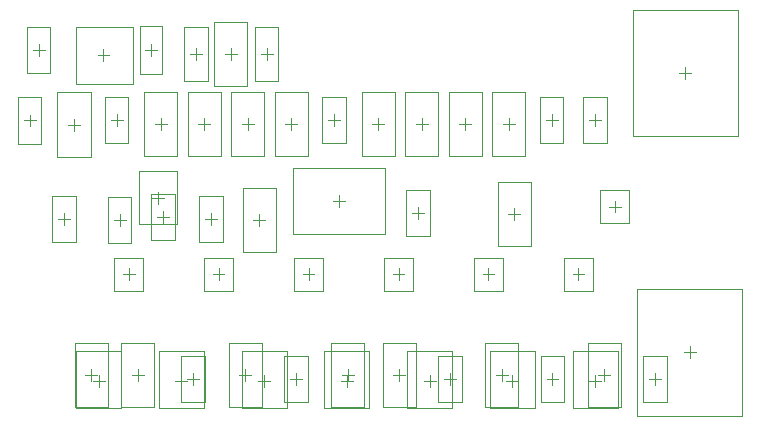
<source format=gbr>
%TF.GenerationSoftware,Altium Limited,Altium Designer,21.1.1 (26)*%
G04 Layer_Color=32768*
%FSLAX26Y26*%
%MOIN*%
%TF.SameCoordinates,5075B572-C75D-40FD-B4B0-80468548393A*%
%TF.FilePolarity,Positive*%
%TF.FileFunction,Other,Mechanical_15*%
%TF.Part,Single*%
G01*
G75*
%TA.AperFunction,NonConductor*%
%ADD51C,0.003937*%
%ADD72C,0.001968*%
D51*
X2414482Y1135000D02*
X2453852D01*
X2434166Y1115314D02*
Y1154686D01*
X2334730Y1490000D02*
X2374102D01*
X2354416Y1470314D02*
Y1509686D01*
X1586982Y1135000D02*
X1626352D01*
X1606666Y1115314D02*
Y1154686D01*
X1330834Y1115314D02*
Y1154686D01*
X1311148Y1135000D02*
X1350518D01*
X1430000Y1655316D02*
Y1694686D01*
X1410316Y1675000D02*
X1449686D01*
X1261968Y1970316D02*
Y2009686D01*
X1242282Y1990002D02*
X1281654D01*
X920316Y1675000D02*
X959686D01*
X940000Y1655314D02*
Y1694684D01*
X2440000Y1670316D02*
Y1709686D01*
X2420316Y1690000D02*
X2459686D01*
X1820316Y2003780D02*
X1859686D01*
X1840000Y1984094D02*
Y2023464D01*
X2100316Y1693818D02*
X2139686D01*
X2120000Y1674132D02*
Y1713502D01*
X1071064Y2200198D02*
Y2239568D01*
X1051378Y2219882D02*
X1090748D01*
X1340630Y2133204D02*
X1419370D01*
X1340630Y2314308D02*
X1419370D01*
X1340630Y2133204D02*
Y2314308D01*
X1419370Y2133204D02*
Y2314308D01*
X1380000Y2204072D02*
Y2243442D01*
X1360314Y2223756D02*
X1399686D01*
X1575630Y2133204D02*
X1654370D01*
X1575630Y2314308D02*
X1654370D01*
X1575630Y2133204D02*
Y2314308D01*
X1654370Y2133204D02*
Y2314308D01*
X1615000Y2204072D02*
Y2243442D01*
X1595314Y2223756D02*
X1634686D01*
X1855712Y1715316D02*
Y1754686D01*
X1836028Y1735000D02*
X1875398D01*
X2545316Y2003780D02*
X2584686D01*
X2565000Y1984096D02*
Y2023466D01*
X1115000Y1984094D02*
Y2023464D01*
X1095314Y2003780D02*
X1134686D01*
X1253748Y1725314D02*
Y1764684D01*
X1234064Y1745000D02*
X1273434D01*
X2034876Y1490000D02*
X2074248D01*
X2054562Y1470314D02*
Y1509686D01*
X1754708Y1470314D02*
Y1509686D01*
X1735022Y1490000D02*
X1774394D01*
X1435168D02*
X1474540D01*
X1454854Y1470314D02*
Y1509686D01*
X1135314Y1490000D02*
X1174686D01*
X1155000Y1470314D02*
Y1509686D01*
X2654268Y1470314D02*
Y1509686D01*
X2634582Y1490000D02*
X2673954D01*
X2775000Y1696164D02*
Y1735536D01*
X2755314Y1715850D02*
X2794686D01*
X2402284Y1990002D02*
X2441654D01*
X2421968Y1970316D02*
Y2009686D01*
X1551968Y1970318D02*
Y2009688D01*
X1532284Y1990002D02*
X1571654D01*
X1696968Y1970318D02*
Y2009688D01*
X1677284Y1990002D02*
X1716654D01*
X2131968Y1970318D02*
Y2009688D01*
X2112284Y1990002D02*
X2151654D01*
X1230000Y2218110D02*
Y2257480D01*
X1210314Y2237796D02*
X1249686D01*
X835314Y2238780D02*
X874684D01*
X855000Y2219096D02*
Y2258466D01*
X825000Y1983112D02*
Y2022482D01*
X805314Y2002798D02*
X844684D01*
X1475314Y2225000D02*
X1514686D01*
X1495000Y2205314D02*
Y2244684D01*
X2910000Y1121538D02*
Y1160908D01*
X2890314Y1141224D02*
X2929684D01*
X2205964Y1141222D02*
X2245334D01*
X2225648Y1121538D02*
Y1160908D01*
X2567824Y1121538D02*
Y1160908D01*
X2548138Y1141224D02*
X2587508D01*
X2710000Y1984094D02*
Y2023464D01*
X2690314Y2003780D02*
X2729684D01*
X1387282Y1990002D02*
X1426654D01*
X1406968Y1970316D02*
Y2009686D01*
X1570314Y1670002D02*
X1609686D01*
X1590000Y1650316D02*
Y1689686D01*
X954254Y1988032D02*
X993624D01*
X973938Y1968348D02*
Y2007718D01*
X1865754Y1155002D02*
X1905126D01*
X1885440Y1135318D02*
Y1174688D01*
X1010314Y1155002D02*
X1049686D01*
X1030000Y1135318D02*
Y1174688D01*
X2257282Y1990002D02*
X2296654D01*
X2276968Y1970316D02*
Y2009686D01*
X1523578Y1155002D02*
X1562950D01*
X1543264Y1135318D02*
Y1174688D01*
X2379018Y1155002D02*
X2418390D01*
X2398704Y1135318D02*
Y1174688D01*
X1967282Y1990002D02*
X2006654D01*
X1986968Y1970318D02*
Y2009688D01*
X1250314Y1680000D02*
X1289684D01*
X1269998Y1660316D02*
Y1699686D01*
X1105316Y1670000D02*
X1144686D01*
X1125000Y1650316D02*
Y1689686D01*
X1692696Y1141224D02*
X1732068D01*
X1712382Y1121538D02*
Y1160908D01*
X2721194Y1155002D02*
X2760566D01*
X2740880Y1135316D02*
Y1174686D01*
X1350522Y1141224D02*
X1389892D01*
X1370206Y1121540D02*
Y1160910D01*
X2056528Y1135318D02*
Y1174688D01*
X2036842Y1155002D02*
X2076214D01*
X1185000Y1135314D02*
Y1174686D01*
X1165314Y1155000D02*
X1204684D01*
X2138650Y1135000D02*
X2178020D01*
X2158336Y1115314D02*
Y1154686D01*
X1035314Y1135000D02*
X1074684D01*
X1055000Y1115314D02*
Y1154686D01*
X1862816Y1135000D02*
X1902186D01*
X1882500Y1115314D02*
Y1154686D01*
X2710000Y1115314D02*
Y1154686D01*
X2690314Y1135000D02*
X2729684D01*
D72*
X2359364Y1044448D02*
X2508970D01*
X2359364D02*
Y1233426D01*
X2508970D01*
Y1044448D02*
Y1233426D01*
X2401660Y1435866D02*
Y1544134D01*
X2307172Y1435866D02*
Y1544134D01*
X2401660D01*
X2307172Y1435866D02*
X2401660D01*
X1531864Y1044448D02*
X1681470D01*
X1531864D02*
Y1233426D01*
X1681470D01*
Y1044448D02*
Y1233426D01*
X1405636Y1044448D02*
Y1233426D01*
X1256030D02*
X1405636D01*
X1256030Y1044448D02*
Y1233426D01*
Y1044448D02*
X1405636D01*
X3005316Y1230000D02*
X3044686D01*
X3025000Y1210316D02*
Y1249686D01*
X3200196Y1019174D02*
Y1440826D01*
X2849804Y1019174D02*
X3200196D01*
X2849804D02*
Y1440826D01*
X3200196D01*
X2834804Y2371064D02*
X3185196D01*
X2834804Y1949412D02*
Y2371064D01*
Y1949412D02*
X3185196D01*
Y2371064D01*
X3010000Y2140554D02*
Y2179924D01*
X2990316Y2160238D02*
X3029686D01*
X1390630Y1598230D02*
X1469370D01*
X1390630Y1751772D02*
X1469370D01*
Y1598230D02*
Y1751772D01*
X1390630Y1598230D02*
Y1751772D01*
X1206850Y2096302D02*
X1317086D01*
X1206850Y1883702D02*
X1317086D01*
X1206850D02*
Y2096302D01*
X1317086Y1883702D02*
Y2096302D01*
X900630Y1598228D02*
Y1751772D01*
X979370Y1598228D02*
Y1751772D01*
X900630D02*
X979370D01*
X900630Y1598228D02*
X979370D01*
X2384882Y1583700D02*
X2495118D01*
X2384882Y1796300D02*
X2495118D01*
Y1583700D02*
Y1796300D01*
X2384882Y1583700D02*
Y1796300D01*
X1800630Y1927008D02*
Y2080552D01*
X1879370Y1927008D02*
Y2080552D01*
X1800630D02*
X1879370D01*
X1800630Y1927008D02*
X1879370D01*
X2080630Y1617046D02*
Y1770590D01*
X2159370Y1617046D02*
Y1770590D01*
X2080630D02*
X2159370D01*
X2080630Y1617046D02*
X2159370D01*
X980512Y2314370D02*
X1169488D01*
X980512Y2125394D02*
X1169488D01*
X980512D02*
Y2314370D01*
X1169488Y2125394D02*
Y2314370D01*
X1702168Y1624764D02*
X2009256D01*
X1702168Y1845236D02*
X2009256D01*
Y1624764D02*
Y1845236D01*
X1702168Y1624764D02*
Y1845236D01*
X2525630Y1927008D02*
Y2080552D01*
X2604370Y1927008D02*
Y2080552D01*
X2525630D02*
X2604370D01*
X2525630Y1927008D02*
X2604370D01*
X1075630D02*
X1154370D01*
X1075630Y2080552D02*
X1154370D01*
Y1927008D02*
Y2080552D01*
X1075630Y1927008D02*
Y2080552D01*
X1190756Y1833582D02*
X1316740D01*
X1190756Y1656418D02*
X1316740D01*
Y1833582D01*
X1190756Y1656418D02*
Y1833582D01*
X2101806Y1435866D02*
Y1544134D01*
X2007318Y1435866D02*
Y1544134D01*
X2101806D01*
X2007318Y1435866D02*
X2101806D01*
X1707464D02*
X1801952D01*
X1707464Y1544134D02*
X1801952D01*
X1707464Y1435866D02*
Y1544134D01*
X1801952Y1435866D02*
Y1544134D01*
X1502098Y1435866D02*
Y1544134D01*
X1407610Y1435866D02*
Y1544134D01*
X1502098D01*
X1407610Y1435866D02*
X1502098D01*
X1202244D02*
Y1544134D01*
X1107756Y1435866D02*
Y1544134D01*
X1202244D01*
X1107756Y1435866D02*
X1202244D01*
X2607024D02*
X2701512D01*
X2607024Y1544134D02*
X2701512D01*
X2607024Y1435866D02*
Y1544134D01*
X2701512Y1435866D02*
Y1544134D01*
X2727756Y1661716D02*
X2822244D01*
X2727756Y1769984D02*
X2822244D01*
X2727756Y1661716D02*
Y1769984D01*
X2822244Y1661716D02*
Y1769984D01*
X2366850Y1883702D02*
Y2096300D01*
X2477086Y1883702D02*
Y2096300D01*
X2366850D02*
X2477086D01*
X2366850Y1883702D02*
X2477086D01*
X1496850Y1883704D02*
X1607086D01*
X1496850Y2096302D02*
X1607086D01*
Y1883704D02*
Y2096302D01*
X1496850Y1883704D02*
Y2096302D01*
X1641850Y1883702D02*
X1752086D01*
X1641850Y2096302D02*
X1752086D01*
Y1883702D02*
Y2096302D01*
X1641850Y1883702D02*
Y2096302D01*
X2076850Y1883704D02*
X2187086D01*
X2076850Y2096302D02*
X2187086D01*
Y1883704D02*
Y2096302D01*
X2076850Y1883704D02*
Y2096302D01*
X1192598Y2159056D02*
X1267402D01*
X1192598Y2316536D02*
X1267402D01*
Y2159056D02*
Y2316536D01*
X1192598Y2159056D02*
Y2316536D01*
X894370Y2162008D02*
Y2315552D01*
X815630Y2162008D02*
Y2315552D01*
Y2162008D02*
X894370D01*
X815630Y2315552D02*
X894370D01*
X787598Y2081538D02*
X862402D01*
X787598Y1924058D02*
X862402D01*
X787598D02*
Y2081538D01*
X862402Y1924058D02*
Y2081538D01*
X1550118Y2118700D02*
Y2331300D01*
X1439882Y2118700D02*
Y2331300D01*
Y2118700D02*
X1550118D01*
X1439882Y2331300D02*
X1550118D01*
X2870630Y1217996D02*
X2949370D01*
X2870630Y1064452D02*
X2949370D01*
X2870630D02*
Y1217996D01*
X2949370Y1064452D02*
Y1217996D01*
X2186278Y1064452D02*
Y1217994D01*
X2265018Y1064452D02*
Y1217994D01*
X2186278D02*
X2265018D01*
X2186278Y1064452D02*
X2265018D01*
X2528454Y1217996D02*
X2607194D01*
X2528454Y1064452D02*
X2607194D01*
X2528454D02*
Y1217996D01*
X2607194Y1064452D02*
Y1217996D01*
X2670630Y2080552D02*
X2749370D01*
X2670630Y1927008D02*
X2749370D01*
X2670630D02*
Y2080552D01*
X2749370Y1927008D02*
Y2080552D01*
X1462086Y1883702D02*
Y2096302D01*
X1351850Y1883702D02*
Y2096302D01*
Y1883702D02*
X1462086D01*
X1351850Y2096302D02*
X1462086D01*
X1645118Y1563702D02*
Y1776302D01*
X1534882Y1563702D02*
Y1776302D01*
Y1563702D02*
X1645118D01*
X1534882Y1776302D02*
X1645118D01*
X916852Y1879764D02*
Y2096300D01*
X1031024Y1879764D02*
Y2096300D01*
X916852D02*
X1031024D01*
X916852Y1879764D02*
X1031024D01*
X1830322Y1048702D02*
Y1261302D01*
X1940558Y1048702D02*
Y1261302D01*
X1830322D02*
X1940558D01*
X1830322Y1048702D02*
X1940558D01*
X974882D02*
Y1261302D01*
X1085118Y1048702D02*
Y1261302D01*
X974882D02*
X1085118D01*
X974882Y1048702D02*
X1085118D01*
X2332086Y1883702D02*
Y2096302D01*
X2221850Y1883702D02*
Y2096302D01*
Y1883702D02*
X2332086D01*
X2221850Y2096302D02*
X2332086D01*
X1488146Y1048702D02*
Y1261302D01*
X1598382Y1048702D02*
Y1261302D01*
X1488146D02*
X1598382D01*
X1488146Y1048702D02*
X1598382D01*
X2343586D02*
Y1261302D01*
X2453822Y1048702D02*
Y1261302D01*
X2343586D02*
X2453822D01*
X2343586Y1048702D02*
X2453822D01*
X1931850Y1883702D02*
Y2096302D01*
X2042086Y1883702D02*
Y2096302D01*
X1931850D02*
X2042086D01*
X1931850Y1883702D02*
X2042086D01*
X1230628Y1603230D02*
Y1756772D01*
X1309368Y1603230D02*
Y1756772D01*
X1230628D02*
X1309368D01*
X1230628Y1603230D02*
X1309368D01*
X1085630Y1593228D02*
Y1746772D01*
X1164370Y1593228D02*
Y1746772D01*
X1085630D02*
X1164370D01*
X1085630Y1593228D02*
X1164370D01*
X1673012Y1064452D02*
Y1217996D01*
X1751752Y1064452D02*
Y1217996D01*
X1673012D02*
X1751752D01*
X1673012Y1064452D02*
X1751752D01*
X2795998Y1048702D02*
Y1261302D01*
X2685762Y1048702D02*
Y1261302D01*
Y1048702D02*
X2795998D01*
X2685762Y1261302D02*
X2795998D01*
X1330836Y1064452D02*
Y1217996D01*
X1409576Y1064452D02*
Y1217996D01*
X1330836D02*
X1409576D01*
X1330836Y1064452D02*
X1409576D01*
X2001410Y1048704D02*
X2111646D01*
X2001410Y1261302D02*
X2111646D01*
Y1048704D02*
Y1261302D01*
X2001410Y1048704D02*
Y1261302D01*
X1129882Y1261300D02*
X1240118D01*
X1129882Y1048700D02*
X1240118D01*
X1129882D02*
Y1261300D01*
X1240118Y1048700D02*
Y1261300D01*
X2083532Y1044448D02*
X2233138D01*
X2083532D02*
Y1233426D01*
X2233138D01*
Y1044448D02*
Y1233426D01*
X980196Y1044448D02*
X1129802D01*
X980196D02*
Y1233426D01*
X1129802D01*
Y1044448D02*
Y1233426D01*
X1807696Y1044448D02*
X1957304D01*
X1807696D02*
Y1233426D01*
X1957304D01*
Y1044448D02*
Y1233426D01*
X2784802Y1044448D02*
Y1233426D01*
X2635196D02*
X2784802D01*
X2635196Y1044448D02*
Y1233426D01*
Y1044448D02*
X2784802D01*
%TF.MD5,f5edbee59aad8b4dbc8818e332ead79b*%
M02*

</source>
